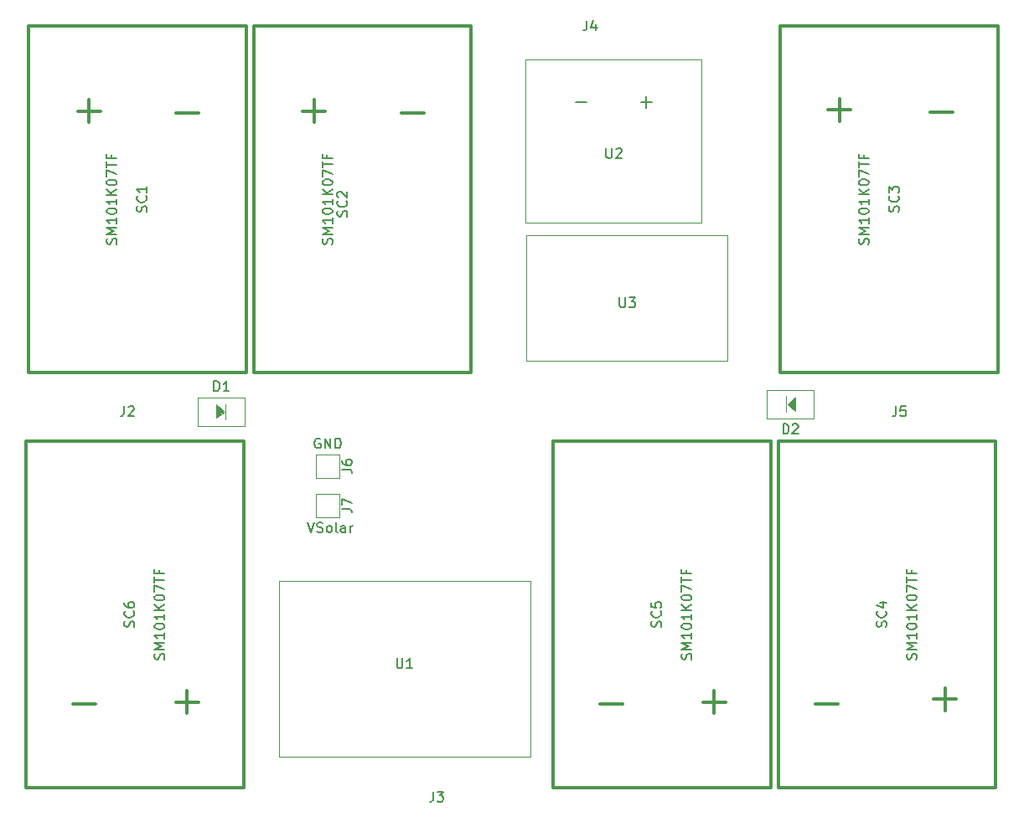
<source format=gbr>
%TF.GenerationSoftware,KiCad,Pcbnew,(5.1.10)-1*%
%TF.CreationDate,2022-06-07T21:04:52-07:00*%
%TF.ProjectId,solar-panel-side-Z,736f6c61-722d-4706-916e-656c2d736964,1.1*%
%TF.SameCoordinates,Original*%
%TF.FileFunction,Legend,Top*%
%TF.FilePolarity,Positive*%
%FSLAX46Y46*%
G04 Gerber Fmt 4.6, Leading zero omitted, Abs format (unit mm)*
G04 Created by KiCad (PCBNEW (5.1.10)-1) date 2022-06-07 21:04:52*
%MOMM*%
%LPD*%
G01*
G04 APERTURE LIST*
%ADD10C,0.150000*%
%ADD11C,0.300000*%
%ADD12C,0.120000*%
%ADD13C,0.100000*%
%ADD14C,0.200000*%
G04 APERTURE END LIST*
D10*
X129988095Y-88250000D02*
X129892857Y-88202380D01*
X129750000Y-88202380D01*
X129607142Y-88250000D01*
X129511904Y-88345238D01*
X129464285Y-88440476D01*
X129416666Y-88630952D01*
X129416666Y-88773809D01*
X129464285Y-88964285D01*
X129511904Y-89059523D01*
X129607142Y-89154761D01*
X129750000Y-89202380D01*
X129845238Y-89202380D01*
X129988095Y-89154761D01*
X130035714Y-89107142D01*
X130035714Y-88773809D01*
X129845238Y-88773809D01*
X130464285Y-89202380D02*
X130464285Y-88202380D01*
X131035714Y-89202380D01*
X131035714Y-88202380D01*
X131511904Y-89202380D02*
X131511904Y-88202380D01*
X131750000Y-88202380D01*
X131892857Y-88250000D01*
X131988095Y-88345238D01*
X132035714Y-88440476D01*
X132083333Y-88630952D01*
X132083333Y-88773809D01*
X132035714Y-88964285D01*
X131988095Y-89059523D01*
X131892857Y-89154761D01*
X131750000Y-89202380D01*
X131511904Y-89202380D01*
X128714285Y-96702380D02*
X129047619Y-97702380D01*
X129380952Y-96702380D01*
X129666666Y-97654761D02*
X129809523Y-97702380D01*
X130047619Y-97702380D01*
X130142857Y-97654761D01*
X130190476Y-97607142D01*
X130238095Y-97511904D01*
X130238095Y-97416666D01*
X130190476Y-97321428D01*
X130142857Y-97273809D01*
X130047619Y-97226190D01*
X129857142Y-97178571D01*
X129761904Y-97130952D01*
X129714285Y-97083333D01*
X129666666Y-96988095D01*
X129666666Y-96892857D01*
X129714285Y-96797619D01*
X129761904Y-96750000D01*
X129857142Y-96702380D01*
X130095238Y-96702380D01*
X130238095Y-96750000D01*
X130809523Y-97702380D02*
X130714285Y-97654761D01*
X130666666Y-97607142D01*
X130619047Y-97511904D01*
X130619047Y-97226190D01*
X130666666Y-97130952D01*
X130714285Y-97083333D01*
X130809523Y-97035714D01*
X130952380Y-97035714D01*
X131047619Y-97083333D01*
X131095238Y-97130952D01*
X131142857Y-97226190D01*
X131142857Y-97511904D01*
X131095238Y-97607142D01*
X131047619Y-97654761D01*
X130952380Y-97702380D01*
X130809523Y-97702380D01*
X131714285Y-97702380D02*
X131619047Y-97654761D01*
X131571428Y-97559523D01*
X131571428Y-96702380D01*
X132523809Y-97702380D02*
X132523809Y-97178571D01*
X132476190Y-97083333D01*
X132380952Y-97035714D01*
X132190476Y-97035714D01*
X132095238Y-97083333D01*
X132523809Y-97654761D02*
X132428571Y-97702380D01*
X132190476Y-97702380D01*
X132095238Y-97654761D01*
X132047619Y-97559523D01*
X132047619Y-97464285D01*
X132095238Y-97369047D01*
X132190476Y-97321428D01*
X132428571Y-97321428D01*
X132523809Y-97273809D01*
X132999999Y-97702380D02*
X132999999Y-97035714D01*
X132999999Y-97226190D02*
X133047619Y-97130952D01*
X133095238Y-97083333D01*
X133190476Y-97035714D01*
X133285714Y-97035714D01*
D11*
%TO.C,SC5*%
X175500000Y-88500000D02*
X175500000Y-123500000D01*
X175500000Y-123500000D02*
X153500000Y-123500000D01*
X153500000Y-123500000D02*
X153500000Y-88500000D01*
X153500000Y-88500000D02*
X175500000Y-88500000D01*
D12*
%TO.C,J7*%
X129550000Y-93800000D02*
X131950000Y-93800000D01*
X129550000Y-96200000D02*
X129550000Y-93800000D01*
X131950000Y-96200000D02*
X129550000Y-96200000D01*
X131950000Y-93800000D02*
X131950000Y-96200000D01*
%TO.C,J6*%
X129550000Y-89800000D02*
X131950000Y-89800000D01*
X129550000Y-92200000D02*
X129550000Y-89800000D01*
X131950000Y-92200000D02*
X129550000Y-92200000D01*
X131950000Y-89800000D02*
X131950000Y-92200000D01*
%TO.C,U1*%
X151200000Y-111500000D02*
X151200000Y-120390000D01*
X138500000Y-120390000D02*
X151200000Y-120390000D01*
X138500000Y-120390000D02*
X125800000Y-120390000D01*
X125800000Y-111500000D02*
X125800000Y-120390000D01*
X151200000Y-111500000D02*
X151200000Y-102610000D01*
X138500000Y-102610000D02*
X151200000Y-102610000D01*
X125800000Y-111500000D02*
X125800000Y-102610000D01*
X138500000Y-102610000D02*
X125800000Y-102610000D01*
%TO.C,D2*%
X175125000Y-86200000D02*
X179875000Y-86200000D01*
X179875000Y-86200000D02*
X179875000Y-83300000D01*
X175125000Y-86200000D02*
X175125000Y-83300000D01*
X175125000Y-83300000D02*
X179875000Y-83300000D01*
D13*
G36*
X178008000Y-85461200D02*
G01*
X177195200Y-84724600D01*
X178008000Y-84115000D01*
X178008000Y-85461200D01*
G37*
X178008000Y-85461200D02*
X177195200Y-84724600D01*
X178008000Y-84115000D01*
X178008000Y-85461200D01*
D12*
X177068200Y-83937200D02*
X177068200Y-85486600D01*
%TO.C,D1*%
X122375000Y-84050000D02*
X117625000Y-84050000D01*
X117625000Y-84050000D02*
X117625000Y-86950000D01*
X122375000Y-84050000D02*
X122375000Y-86950000D01*
X122375000Y-86950000D02*
X117625000Y-86950000D01*
D13*
G36*
X119492000Y-84788800D02*
G01*
X120304800Y-85525400D01*
X119492000Y-86135000D01*
X119492000Y-84788800D01*
G37*
X119492000Y-84788800D02*
X120304800Y-85525400D01*
X119492000Y-86135000D01*
X119492000Y-84788800D01*
D12*
X120431800Y-86312800D02*
X120431800Y-84763400D01*
%TO.C,U3*%
X161000000Y-80350000D02*
X171160000Y-80350000D01*
X171160000Y-80350000D02*
X171160000Y-74000000D01*
X161000000Y-80350000D02*
X150840000Y-80350000D01*
X150840000Y-80350000D02*
X150840000Y-74000000D01*
X171160000Y-67650000D02*
X171160000Y-74000000D01*
X161000000Y-67650000D02*
X171160000Y-67650000D01*
X150840000Y-67650000D02*
X150840000Y-74000000D01*
X161000000Y-67650000D02*
X150840000Y-67650000D01*
%TO.C,U2*%
X159650000Y-66405000D02*
X168540000Y-66405000D01*
X159650000Y-66405000D02*
X150760000Y-66405000D01*
X150760000Y-66405000D02*
X150760000Y-64500000D01*
X150760000Y-64500000D02*
X150760000Y-49895000D01*
X168540000Y-66405000D02*
X168540000Y-49895000D01*
X150760000Y-49895000D02*
X168540000Y-49895000D01*
D11*
%TO.C,SC4*%
X176250000Y-88500000D02*
X198250000Y-88500000D01*
X176250000Y-123500000D02*
X176250000Y-88500000D01*
X198250000Y-123500000D02*
X176250000Y-123500000D01*
X198250000Y-88500000D02*
X198250000Y-123500000D01*
%TO.C,SC6*%
X100250000Y-88500000D02*
X122250000Y-88500000D01*
X100250000Y-123500000D02*
X100250000Y-88500000D01*
X122250000Y-123500000D02*
X100250000Y-123500000D01*
X122250000Y-88500000D02*
X122250000Y-123500000D01*
%TO.C,SC3*%
X198500000Y-81500000D02*
X176500000Y-81500000D01*
X198500000Y-46500000D02*
X198500000Y-81500000D01*
X176500000Y-46500000D02*
X198500000Y-46500000D01*
X176500000Y-81500000D02*
X176500000Y-46500000D01*
%TO.C,SC2*%
X123250000Y-81500000D02*
X123250000Y-46500000D01*
X123250000Y-46500000D02*
X145250000Y-46500000D01*
X145250000Y-46500000D02*
X145250000Y-81500000D01*
X145250000Y-81500000D02*
X123250000Y-81500000D01*
%TO.C,SC1*%
X100506000Y-81508000D02*
X100506000Y-46508000D01*
X100506000Y-46508000D02*
X122506000Y-46508000D01*
X122506000Y-46508000D02*
X122506000Y-81508000D01*
X122506000Y-81508000D02*
X100506000Y-81508000D01*
%TO.C,SC5*%
D10*
X164404761Y-107261904D02*
X164452380Y-107119047D01*
X164452380Y-106880952D01*
X164404761Y-106785714D01*
X164357142Y-106738095D01*
X164261904Y-106690476D01*
X164166666Y-106690476D01*
X164071428Y-106738095D01*
X164023809Y-106785714D01*
X163976190Y-106880952D01*
X163928571Y-107071428D01*
X163880952Y-107166666D01*
X163833333Y-107214285D01*
X163738095Y-107261904D01*
X163642857Y-107261904D01*
X163547619Y-107214285D01*
X163500000Y-107166666D01*
X163452380Y-107071428D01*
X163452380Y-106833333D01*
X163500000Y-106690476D01*
X164357142Y-105690476D02*
X164404761Y-105738095D01*
X164452380Y-105880952D01*
X164452380Y-105976190D01*
X164404761Y-106119047D01*
X164309523Y-106214285D01*
X164214285Y-106261904D01*
X164023809Y-106309523D01*
X163880952Y-106309523D01*
X163690476Y-106261904D01*
X163595238Y-106214285D01*
X163500000Y-106119047D01*
X163452380Y-105976190D01*
X163452380Y-105880952D01*
X163500000Y-105738095D01*
X163547619Y-105690476D01*
X163452380Y-104785714D02*
X163452380Y-105261904D01*
X163928571Y-105309523D01*
X163880952Y-105261904D01*
X163833333Y-105166666D01*
X163833333Y-104928571D01*
X163880952Y-104833333D01*
X163928571Y-104785714D01*
X164023809Y-104738095D01*
X164261904Y-104738095D01*
X164357142Y-104785714D01*
X164404761Y-104833333D01*
X164452380Y-104928571D01*
X164452380Y-105166666D01*
X164404761Y-105261904D01*
X164357142Y-105309523D01*
X167444761Y-110547619D02*
X167492380Y-110404761D01*
X167492380Y-110166666D01*
X167444761Y-110071428D01*
X167397142Y-110023809D01*
X167301904Y-109976190D01*
X167206666Y-109976190D01*
X167111428Y-110023809D01*
X167063809Y-110071428D01*
X167016190Y-110166666D01*
X166968571Y-110357142D01*
X166920952Y-110452380D01*
X166873333Y-110500000D01*
X166778095Y-110547619D01*
X166682857Y-110547619D01*
X166587619Y-110500000D01*
X166540000Y-110452380D01*
X166492380Y-110357142D01*
X166492380Y-110119047D01*
X166540000Y-109976190D01*
X167492380Y-109547619D02*
X166492380Y-109547619D01*
X167206666Y-109214285D01*
X166492380Y-108880952D01*
X167492380Y-108880952D01*
X167492380Y-107880952D02*
X167492380Y-108452380D01*
X167492380Y-108166666D02*
X166492380Y-108166666D01*
X166635238Y-108261904D01*
X166730476Y-108357142D01*
X166778095Y-108452380D01*
X166492380Y-107261904D02*
X166492380Y-107166666D01*
X166540000Y-107071428D01*
X166587619Y-107023809D01*
X166682857Y-106976190D01*
X166873333Y-106928571D01*
X167111428Y-106928571D01*
X167301904Y-106976190D01*
X167397142Y-107023809D01*
X167444761Y-107071428D01*
X167492380Y-107166666D01*
X167492380Y-107261904D01*
X167444761Y-107357142D01*
X167397142Y-107404761D01*
X167301904Y-107452380D01*
X167111428Y-107500000D01*
X166873333Y-107500000D01*
X166682857Y-107452380D01*
X166587619Y-107404761D01*
X166540000Y-107357142D01*
X166492380Y-107261904D01*
X167492380Y-105976190D02*
X167492380Y-106547619D01*
X167492380Y-106261904D02*
X166492380Y-106261904D01*
X166635238Y-106357142D01*
X166730476Y-106452380D01*
X166778095Y-106547619D01*
X167492380Y-105547619D02*
X166492380Y-105547619D01*
X167492380Y-104976190D02*
X166920952Y-105404761D01*
X166492380Y-104976190D02*
X167063809Y-105547619D01*
X166492380Y-104357142D02*
X166492380Y-104261904D01*
X166540000Y-104166666D01*
X166587619Y-104119047D01*
X166682857Y-104071428D01*
X166873333Y-104023809D01*
X167111428Y-104023809D01*
X167301904Y-104071428D01*
X167397142Y-104119047D01*
X167444761Y-104166666D01*
X167492380Y-104261904D01*
X167492380Y-104357142D01*
X167444761Y-104452380D01*
X167397142Y-104500000D01*
X167301904Y-104547619D01*
X167111428Y-104595238D01*
X166873333Y-104595238D01*
X166682857Y-104547619D01*
X166587619Y-104500000D01*
X166540000Y-104452380D01*
X166492380Y-104357142D01*
X166492380Y-103690476D02*
X166492380Y-103023809D01*
X167492380Y-103452380D01*
X166492380Y-102785714D02*
X166492380Y-102214285D01*
X167492380Y-102500000D02*
X166492380Y-102500000D01*
X166968571Y-101547619D02*
X166968571Y-101880952D01*
X167492380Y-101880952D02*
X166492380Y-101880952D01*
X166492380Y-101404761D01*
D11*
X158277142Y-115104285D02*
X160562857Y-115104285D01*
X169794285Y-116032857D02*
X169794285Y-113747142D01*
X170937142Y-114890000D02*
X168651428Y-114890000D01*
%TO.C,J7*%
D10*
X132200380Y-95333333D02*
X132914666Y-95333333D01*
X133057523Y-95380952D01*
X133152761Y-95476190D01*
X133200380Y-95619047D01*
X133200380Y-95714285D01*
X132200380Y-94952380D02*
X132200380Y-94285714D01*
X133200380Y-94714285D01*
%TO.C,J6*%
X132200380Y-91333333D02*
X132914666Y-91333333D01*
X133057523Y-91380952D01*
X133152761Y-91476190D01*
X133200380Y-91619047D01*
X133200380Y-91714285D01*
X132200380Y-90428571D02*
X132200380Y-90619047D01*
X132248000Y-90714285D01*
X132295619Y-90761904D01*
X132438476Y-90857142D01*
X132628952Y-90904761D01*
X133009904Y-90904761D01*
X133105142Y-90857142D01*
X133152761Y-90809523D01*
X133200380Y-90714285D01*
X133200380Y-90523809D01*
X133152761Y-90428571D01*
X133105142Y-90380952D01*
X133009904Y-90333333D01*
X132771809Y-90333333D01*
X132676571Y-90380952D01*
X132628952Y-90428571D01*
X132581333Y-90523809D01*
X132581333Y-90714285D01*
X132628952Y-90809523D01*
X132676571Y-90857142D01*
X132771809Y-90904761D01*
%TO.C,U1*%
X137738095Y-110452380D02*
X137738095Y-111261904D01*
X137785714Y-111357142D01*
X137833333Y-111404761D01*
X137928571Y-111452380D01*
X138119047Y-111452380D01*
X138214285Y-111404761D01*
X138261904Y-111357142D01*
X138309523Y-111261904D01*
X138309523Y-110452380D01*
X139309523Y-111452380D02*
X138738095Y-111452380D01*
X139023809Y-111452380D02*
X139023809Y-110452380D01*
X138928571Y-110595238D01*
X138833333Y-110690476D01*
X138738095Y-110738095D01*
%TO.C,J5*%
X188166666Y-84952380D02*
X188166666Y-85666666D01*
X188119047Y-85809523D01*
X188023809Y-85904761D01*
X187880952Y-85952380D01*
X187785714Y-85952380D01*
X189119047Y-84952380D02*
X188642857Y-84952380D01*
X188595238Y-85428571D01*
X188642857Y-85380952D01*
X188738095Y-85333333D01*
X188976190Y-85333333D01*
X189071428Y-85380952D01*
X189119047Y-85428571D01*
X189166666Y-85523809D01*
X189166666Y-85761904D01*
X189119047Y-85857142D01*
X189071428Y-85904761D01*
X188976190Y-85952380D01*
X188738095Y-85952380D01*
X188642857Y-85904761D01*
X188595238Y-85857142D01*
%TO.C,J4*%
X156916666Y-45952380D02*
X156916666Y-46666666D01*
X156869047Y-46809523D01*
X156773809Y-46904761D01*
X156630952Y-46952380D01*
X156535714Y-46952380D01*
X157821428Y-46285714D02*
X157821428Y-46952380D01*
X157583333Y-45904761D02*
X157345238Y-46619047D01*
X157964285Y-46619047D01*
%TO.C,J3*%
X141416666Y-123952380D02*
X141416666Y-124666666D01*
X141369047Y-124809523D01*
X141273809Y-124904761D01*
X141130952Y-124952380D01*
X141035714Y-124952380D01*
X141797619Y-123952380D02*
X142416666Y-123952380D01*
X142083333Y-124333333D01*
X142226190Y-124333333D01*
X142321428Y-124380952D01*
X142369047Y-124428571D01*
X142416666Y-124523809D01*
X142416666Y-124761904D01*
X142369047Y-124857142D01*
X142321428Y-124904761D01*
X142226190Y-124952380D01*
X141940476Y-124952380D01*
X141845238Y-124904761D01*
X141797619Y-124857142D01*
%TO.C,J2*%
X110166666Y-84952380D02*
X110166666Y-85666666D01*
X110119047Y-85809523D01*
X110023809Y-85904761D01*
X109880952Y-85952380D01*
X109785714Y-85952380D01*
X110595238Y-85047619D02*
X110642857Y-85000000D01*
X110738095Y-84952380D01*
X110976190Y-84952380D01*
X111071428Y-85000000D01*
X111119047Y-85047619D01*
X111166666Y-85142857D01*
X111166666Y-85238095D01*
X111119047Y-85380952D01*
X110547619Y-85952380D01*
X111166666Y-85952380D01*
%TO.C,D2*%
X176761904Y-87742380D02*
X176761904Y-86742380D01*
X177000000Y-86742380D01*
X177142857Y-86790000D01*
X177238095Y-86885238D01*
X177285714Y-86980476D01*
X177333333Y-87170952D01*
X177333333Y-87313809D01*
X177285714Y-87504285D01*
X177238095Y-87599523D01*
X177142857Y-87694761D01*
X177000000Y-87742380D01*
X176761904Y-87742380D01*
X177714285Y-86837619D02*
X177761904Y-86790000D01*
X177857142Y-86742380D01*
X178095238Y-86742380D01*
X178190476Y-86790000D01*
X178238095Y-86837619D01*
X178285714Y-86932857D01*
X178285714Y-87028095D01*
X178238095Y-87170952D01*
X177666666Y-87742380D01*
X178285714Y-87742380D01*
%TO.C,D1*%
X119261904Y-83412380D02*
X119261904Y-82412380D01*
X119500000Y-82412380D01*
X119642857Y-82460000D01*
X119738095Y-82555238D01*
X119785714Y-82650476D01*
X119833333Y-82840952D01*
X119833333Y-82983809D01*
X119785714Y-83174285D01*
X119738095Y-83269523D01*
X119642857Y-83364761D01*
X119500000Y-83412380D01*
X119261904Y-83412380D01*
X120785714Y-83412380D02*
X120214285Y-83412380D01*
X120500000Y-83412380D02*
X120500000Y-82412380D01*
X120404761Y-82555238D01*
X120309523Y-82650476D01*
X120214285Y-82698095D01*
%TO.C,U3*%
X160238095Y-73952380D02*
X160238095Y-74761904D01*
X160285714Y-74857142D01*
X160333333Y-74904761D01*
X160428571Y-74952380D01*
X160619047Y-74952380D01*
X160714285Y-74904761D01*
X160761904Y-74857142D01*
X160809523Y-74761904D01*
X160809523Y-73952380D01*
X161190476Y-73952380D02*
X161809523Y-73952380D01*
X161476190Y-74333333D01*
X161619047Y-74333333D01*
X161714285Y-74380952D01*
X161761904Y-74428571D01*
X161809523Y-74523809D01*
X161809523Y-74761904D01*
X161761904Y-74857142D01*
X161714285Y-74904761D01*
X161619047Y-74952380D01*
X161333333Y-74952380D01*
X161238095Y-74904761D01*
X161190476Y-74857142D01*
%TO.C,U2*%
X158888095Y-58872380D02*
X158888095Y-59681904D01*
X158935714Y-59777142D01*
X158983333Y-59824761D01*
X159078571Y-59872380D01*
X159269047Y-59872380D01*
X159364285Y-59824761D01*
X159411904Y-59777142D01*
X159459523Y-59681904D01*
X159459523Y-58872380D01*
X159888095Y-58967619D02*
X159935714Y-58920000D01*
X160030952Y-58872380D01*
X160269047Y-58872380D01*
X160364285Y-58920000D01*
X160411904Y-58967619D01*
X160459523Y-59062857D01*
X160459523Y-59158095D01*
X160411904Y-59300952D01*
X159840476Y-59872380D01*
X160459523Y-59872380D01*
D14*
X162380571Y-54193142D02*
X163523428Y-54193142D01*
X162952000Y-54764571D02*
X162952000Y-53621714D01*
X155776571Y-54193142D02*
X156919428Y-54193142D01*
%TO.C,SC4*%
D10*
X187154761Y-107261904D02*
X187202380Y-107119047D01*
X187202380Y-106880952D01*
X187154761Y-106785714D01*
X187107142Y-106738095D01*
X187011904Y-106690476D01*
X186916666Y-106690476D01*
X186821428Y-106738095D01*
X186773809Y-106785714D01*
X186726190Y-106880952D01*
X186678571Y-107071428D01*
X186630952Y-107166666D01*
X186583333Y-107214285D01*
X186488095Y-107261904D01*
X186392857Y-107261904D01*
X186297619Y-107214285D01*
X186250000Y-107166666D01*
X186202380Y-107071428D01*
X186202380Y-106833333D01*
X186250000Y-106690476D01*
X187107142Y-105690476D02*
X187154761Y-105738095D01*
X187202380Y-105880952D01*
X187202380Y-105976190D01*
X187154761Y-106119047D01*
X187059523Y-106214285D01*
X186964285Y-106261904D01*
X186773809Y-106309523D01*
X186630952Y-106309523D01*
X186440476Y-106261904D01*
X186345238Y-106214285D01*
X186250000Y-106119047D01*
X186202380Y-105976190D01*
X186202380Y-105880952D01*
X186250000Y-105738095D01*
X186297619Y-105690476D01*
X186535714Y-104833333D02*
X187202380Y-104833333D01*
X186154761Y-105071428D02*
X186869047Y-105309523D01*
X186869047Y-104690476D01*
X190194761Y-110547619D02*
X190242380Y-110404761D01*
X190242380Y-110166666D01*
X190194761Y-110071428D01*
X190147142Y-110023809D01*
X190051904Y-109976190D01*
X189956666Y-109976190D01*
X189861428Y-110023809D01*
X189813809Y-110071428D01*
X189766190Y-110166666D01*
X189718571Y-110357142D01*
X189670952Y-110452380D01*
X189623333Y-110500000D01*
X189528095Y-110547619D01*
X189432857Y-110547619D01*
X189337619Y-110500000D01*
X189290000Y-110452380D01*
X189242380Y-110357142D01*
X189242380Y-110119047D01*
X189290000Y-109976190D01*
X190242380Y-109547619D02*
X189242380Y-109547619D01*
X189956666Y-109214285D01*
X189242380Y-108880952D01*
X190242380Y-108880952D01*
X190242380Y-107880952D02*
X190242380Y-108452380D01*
X190242380Y-108166666D02*
X189242380Y-108166666D01*
X189385238Y-108261904D01*
X189480476Y-108357142D01*
X189528095Y-108452380D01*
X189242380Y-107261904D02*
X189242380Y-107166666D01*
X189290000Y-107071428D01*
X189337619Y-107023809D01*
X189432857Y-106976190D01*
X189623333Y-106928571D01*
X189861428Y-106928571D01*
X190051904Y-106976190D01*
X190147142Y-107023809D01*
X190194761Y-107071428D01*
X190242380Y-107166666D01*
X190242380Y-107261904D01*
X190194761Y-107357142D01*
X190147142Y-107404761D01*
X190051904Y-107452380D01*
X189861428Y-107500000D01*
X189623333Y-107500000D01*
X189432857Y-107452380D01*
X189337619Y-107404761D01*
X189290000Y-107357142D01*
X189242380Y-107261904D01*
X190242380Y-105976190D02*
X190242380Y-106547619D01*
X190242380Y-106261904D02*
X189242380Y-106261904D01*
X189385238Y-106357142D01*
X189480476Y-106452380D01*
X189528095Y-106547619D01*
X190242380Y-105547619D02*
X189242380Y-105547619D01*
X190242380Y-104976190D02*
X189670952Y-105404761D01*
X189242380Y-104976190D02*
X189813809Y-105547619D01*
X189242380Y-104357142D02*
X189242380Y-104261904D01*
X189290000Y-104166666D01*
X189337619Y-104119047D01*
X189432857Y-104071428D01*
X189623333Y-104023809D01*
X189861428Y-104023809D01*
X190051904Y-104071428D01*
X190147142Y-104119047D01*
X190194761Y-104166666D01*
X190242380Y-104261904D01*
X190242380Y-104357142D01*
X190194761Y-104452380D01*
X190147142Y-104500000D01*
X190051904Y-104547619D01*
X189861428Y-104595238D01*
X189623333Y-104595238D01*
X189432857Y-104547619D01*
X189337619Y-104500000D01*
X189290000Y-104452380D01*
X189242380Y-104357142D01*
X189242380Y-103690476D02*
X189242380Y-103023809D01*
X190242380Y-103452380D01*
X189242380Y-102785714D02*
X189242380Y-102214285D01*
X190242380Y-102500000D02*
X189242380Y-102500000D01*
X189718571Y-101547619D02*
X189718571Y-101880952D01*
X190242380Y-101880952D02*
X189242380Y-101880952D01*
X189242380Y-101404761D01*
D11*
X193118285Y-115720857D02*
X193118285Y-113435142D01*
X194261142Y-114578000D02*
X191975428Y-114578000D01*
X180011142Y-115042285D02*
X182296857Y-115042285D01*
%TO.C,SC6*%
D10*
X111154761Y-107261904D02*
X111202380Y-107119047D01*
X111202380Y-106880952D01*
X111154761Y-106785714D01*
X111107142Y-106738095D01*
X111011904Y-106690476D01*
X110916666Y-106690476D01*
X110821428Y-106738095D01*
X110773809Y-106785714D01*
X110726190Y-106880952D01*
X110678571Y-107071428D01*
X110630952Y-107166666D01*
X110583333Y-107214285D01*
X110488095Y-107261904D01*
X110392857Y-107261904D01*
X110297619Y-107214285D01*
X110250000Y-107166666D01*
X110202380Y-107071428D01*
X110202380Y-106833333D01*
X110250000Y-106690476D01*
X111107142Y-105690476D02*
X111154761Y-105738095D01*
X111202380Y-105880952D01*
X111202380Y-105976190D01*
X111154761Y-106119047D01*
X111059523Y-106214285D01*
X110964285Y-106261904D01*
X110773809Y-106309523D01*
X110630952Y-106309523D01*
X110440476Y-106261904D01*
X110345238Y-106214285D01*
X110250000Y-106119047D01*
X110202380Y-105976190D01*
X110202380Y-105880952D01*
X110250000Y-105738095D01*
X110297619Y-105690476D01*
X110202380Y-104833333D02*
X110202380Y-105023809D01*
X110250000Y-105119047D01*
X110297619Y-105166666D01*
X110440476Y-105261904D01*
X110630952Y-105309523D01*
X111011904Y-105309523D01*
X111107142Y-105261904D01*
X111154761Y-105214285D01*
X111202380Y-105119047D01*
X111202380Y-104928571D01*
X111154761Y-104833333D01*
X111107142Y-104785714D01*
X111011904Y-104738095D01*
X110773809Y-104738095D01*
X110678571Y-104785714D01*
X110630952Y-104833333D01*
X110583333Y-104928571D01*
X110583333Y-105119047D01*
X110630952Y-105214285D01*
X110678571Y-105261904D01*
X110773809Y-105309523D01*
X114194761Y-110547619D02*
X114242380Y-110404761D01*
X114242380Y-110166666D01*
X114194761Y-110071428D01*
X114147142Y-110023809D01*
X114051904Y-109976190D01*
X113956666Y-109976190D01*
X113861428Y-110023809D01*
X113813809Y-110071428D01*
X113766190Y-110166666D01*
X113718571Y-110357142D01*
X113670952Y-110452380D01*
X113623333Y-110500000D01*
X113528095Y-110547619D01*
X113432857Y-110547619D01*
X113337619Y-110500000D01*
X113290000Y-110452380D01*
X113242380Y-110357142D01*
X113242380Y-110119047D01*
X113290000Y-109976190D01*
X114242380Y-109547619D02*
X113242380Y-109547619D01*
X113956666Y-109214285D01*
X113242380Y-108880952D01*
X114242380Y-108880952D01*
X114242380Y-107880952D02*
X114242380Y-108452380D01*
X114242380Y-108166666D02*
X113242380Y-108166666D01*
X113385238Y-108261904D01*
X113480476Y-108357142D01*
X113528095Y-108452380D01*
X113242380Y-107261904D02*
X113242380Y-107166666D01*
X113290000Y-107071428D01*
X113337619Y-107023809D01*
X113432857Y-106976190D01*
X113623333Y-106928571D01*
X113861428Y-106928571D01*
X114051904Y-106976190D01*
X114147142Y-107023809D01*
X114194761Y-107071428D01*
X114242380Y-107166666D01*
X114242380Y-107261904D01*
X114194761Y-107357142D01*
X114147142Y-107404761D01*
X114051904Y-107452380D01*
X113861428Y-107500000D01*
X113623333Y-107500000D01*
X113432857Y-107452380D01*
X113337619Y-107404761D01*
X113290000Y-107357142D01*
X113242380Y-107261904D01*
X114242380Y-105976190D02*
X114242380Y-106547619D01*
X114242380Y-106261904D02*
X113242380Y-106261904D01*
X113385238Y-106357142D01*
X113480476Y-106452380D01*
X113528095Y-106547619D01*
X114242380Y-105547619D02*
X113242380Y-105547619D01*
X114242380Y-104976190D02*
X113670952Y-105404761D01*
X113242380Y-104976190D02*
X113813809Y-105547619D01*
X113242380Y-104357142D02*
X113242380Y-104261904D01*
X113290000Y-104166666D01*
X113337619Y-104119047D01*
X113432857Y-104071428D01*
X113623333Y-104023809D01*
X113861428Y-104023809D01*
X114051904Y-104071428D01*
X114147142Y-104119047D01*
X114194761Y-104166666D01*
X114242380Y-104261904D01*
X114242380Y-104357142D01*
X114194761Y-104452380D01*
X114147142Y-104500000D01*
X114051904Y-104547619D01*
X113861428Y-104595238D01*
X113623333Y-104595238D01*
X113432857Y-104547619D01*
X113337619Y-104500000D01*
X113290000Y-104452380D01*
X113242380Y-104357142D01*
X113242380Y-103690476D02*
X113242380Y-103023809D01*
X114242380Y-103452380D01*
X113242380Y-102785714D02*
X113242380Y-102214285D01*
X114242380Y-102500000D02*
X113242380Y-102500000D01*
X113718571Y-101547619D02*
X113718571Y-101880952D01*
X114242380Y-101880952D02*
X113242380Y-101880952D01*
X113242380Y-101404761D01*
D11*
X116544285Y-116032857D02*
X116544285Y-113747142D01*
X117687142Y-114890000D02*
X115401428Y-114890000D01*
X105027142Y-115104285D02*
X107312857Y-115104285D01*
%TO.C,SC3*%
D10*
X188404761Y-65261904D02*
X188452380Y-65119047D01*
X188452380Y-64880952D01*
X188404761Y-64785714D01*
X188357142Y-64738095D01*
X188261904Y-64690476D01*
X188166666Y-64690476D01*
X188071428Y-64738095D01*
X188023809Y-64785714D01*
X187976190Y-64880952D01*
X187928571Y-65071428D01*
X187880952Y-65166666D01*
X187833333Y-65214285D01*
X187738095Y-65261904D01*
X187642857Y-65261904D01*
X187547619Y-65214285D01*
X187500000Y-65166666D01*
X187452380Y-65071428D01*
X187452380Y-64833333D01*
X187500000Y-64690476D01*
X188357142Y-63690476D02*
X188404761Y-63738095D01*
X188452380Y-63880952D01*
X188452380Y-63976190D01*
X188404761Y-64119047D01*
X188309523Y-64214285D01*
X188214285Y-64261904D01*
X188023809Y-64309523D01*
X187880952Y-64309523D01*
X187690476Y-64261904D01*
X187595238Y-64214285D01*
X187500000Y-64119047D01*
X187452380Y-63976190D01*
X187452380Y-63880952D01*
X187500000Y-63738095D01*
X187547619Y-63690476D01*
X187452380Y-63357142D02*
X187452380Y-62738095D01*
X187833333Y-63071428D01*
X187833333Y-62928571D01*
X187880952Y-62833333D01*
X187928571Y-62785714D01*
X188023809Y-62738095D01*
X188261904Y-62738095D01*
X188357142Y-62785714D01*
X188404761Y-62833333D01*
X188452380Y-62928571D01*
X188452380Y-63214285D01*
X188404761Y-63309523D01*
X188357142Y-63357142D01*
X185364761Y-68547619D02*
X185412380Y-68404761D01*
X185412380Y-68166666D01*
X185364761Y-68071428D01*
X185317142Y-68023809D01*
X185221904Y-67976190D01*
X185126666Y-67976190D01*
X185031428Y-68023809D01*
X184983809Y-68071428D01*
X184936190Y-68166666D01*
X184888571Y-68357142D01*
X184840952Y-68452380D01*
X184793333Y-68500000D01*
X184698095Y-68547619D01*
X184602857Y-68547619D01*
X184507619Y-68500000D01*
X184460000Y-68452380D01*
X184412380Y-68357142D01*
X184412380Y-68119047D01*
X184460000Y-67976190D01*
X185412380Y-67547619D02*
X184412380Y-67547619D01*
X185126666Y-67214285D01*
X184412380Y-66880952D01*
X185412380Y-66880952D01*
X185412380Y-65880952D02*
X185412380Y-66452380D01*
X185412380Y-66166666D02*
X184412380Y-66166666D01*
X184555238Y-66261904D01*
X184650476Y-66357142D01*
X184698095Y-66452380D01*
X184412380Y-65261904D02*
X184412380Y-65166666D01*
X184460000Y-65071428D01*
X184507619Y-65023809D01*
X184602857Y-64976190D01*
X184793333Y-64928571D01*
X185031428Y-64928571D01*
X185221904Y-64976190D01*
X185317142Y-65023809D01*
X185364761Y-65071428D01*
X185412380Y-65166666D01*
X185412380Y-65261904D01*
X185364761Y-65357142D01*
X185317142Y-65404761D01*
X185221904Y-65452380D01*
X185031428Y-65500000D01*
X184793333Y-65500000D01*
X184602857Y-65452380D01*
X184507619Y-65404761D01*
X184460000Y-65357142D01*
X184412380Y-65261904D01*
X185412380Y-63976190D02*
X185412380Y-64547619D01*
X185412380Y-64261904D02*
X184412380Y-64261904D01*
X184555238Y-64357142D01*
X184650476Y-64452380D01*
X184698095Y-64547619D01*
X185412380Y-63547619D02*
X184412380Y-63547619D01*
X185412380Y-62976190D02*
X184840952Y-63404761D01*
X184412380Y-62976190D02*
X184983809Y-63547619D01*
X184412380Y-62357142D02*
X184412380Y-62261904D01*
X184460000Y-62166666D01*
X184507619Y-62119047D01*
X184602857Y-62071428D01*
X184793333Y-62023809D01*
X185031428Y-62023809D01*
X185221904Y-62071428D01*
X185317142Y-62119047D01*
X185364761Y-62166666D01*
X185412380Y-62261904D01*
X185412380Y-62357142D01*
X185364761Y-62452380D01*
X185317142Y-62500000D01*
X185221904Y-62547619D01*
X185031428Y-62595238D01*
X184793333Y-62595238D01*
X184602857Y-62547619D01*
X184507619Y-62500000D01*
X184460000Y-62452380D01*
X184412380Y-62357142D01*
X184412380Y-61690476D02*
X184412380Y-61023809D01*
X185412380Y-61452380D01*
X184412380Y-60785714D02*
X184412380Y-60214285D01*
X185412380Y-60500000D02*
X184412380Y-60500000D01*
X184888571Y-59547619D02*
X184888571Y-59880952D01*
X185412380Y-59880952D02*
X184412380Y-59880952D01*
X184412380Y-59404761D01*
D11*
X182464285Y-56134857D02*
X182464285Y-53849142D01*
X183607142Y-54992000D02*
X181321428Y-54992000D01*
X191607142Y-55206285D02*
X193892857Y-55206285D01*
%TO.C,SC2*%
D10*
X132660761Y-65761904D02*
X132708380Y-65619047D01*
X132708380Y-65380952D01*
X132660761Y-65285714D01*
X132613142Y-65238095D01*
X132517904Y-65190476D01*
X132422666Y-65190476D01*
X132327428Y-65238095D01*
X132279809Y-65285714D01*
X132232190Y-65380952D01*
X132184571Y-65571428D01*
X132136952Y-65666666D01*
X132089333Y-65714285D01*
X131994095Y-65761904D01*
X131898857Y-65761904D01*
X131803619Y-65714285D01*
X131756000Y-65666666D01*
X131708380Y-65571428D01*
X131708380Y-65333333D01*
X131756000Y-65190476D01*
X132613142Y-64190476D02*
X132660761Y-64238095D01*
X132708380Y-64380952D01*
X132708380Y-64476190D01*
X132660761Y-64619047D01*
X132565523Y-64714285D01*
X132470285Y-64761904D01*
X132279809Y-64809523D01*
X132136952Y-64809523D01*
X131946476Y-64761904D01*
X131851238Y-64714285D01*
X131756000Y-64619047D01*
X131708380Y-64476190D01*
X131708380Y-64380952D01*
X131756000Y-64238095D01*
X131803619Y-64190476D01*
X131803619Y-63809523D02*
X131756000Y-63761904D01*
X131708380Y-63666666D01*
X131708380Y-63428571D01*
X131756000Y-63333333D01*
X131803619Y-63285714D01*
X131898857Y-63238095D01*
X131994095Y-63238095D01*
X132136952Y-63285714D01*
X132708380Y-63857142D01*
X132708380Y-63238095D01*
X131160761Y-68547619D02*
X131208380Y-68404761D01*
X131208380Y-68166666D01*
X131160761Y-68071428D01*
X131113142Y-68023809D01*
X131017904Y-67976190D01*
X130922666Y-67976190D01*
X130827428Y-68023809D01*
X130779809Y-68071428D01*
X130732190Y-68166666D01*
X130684571Y-68357142D01*
X130636952Y-68452380D01*
X130589333Y-68500000D01*
X130494095Y-68547619D01*
X130398857Y-68547619D01*
X130303619Y-68500000D01*
X130256000Y-68452380D01*
X130208380Y-68357142D01*
X130208380Y-68119047D01*
X130256000Y-67976190D01*
X131208380Y-67547619D02*
X130208380Y-67547619D01*
X130922666Y-67214285D01*
X130208380Y-66880952D01*
X131208380Y-66880952D01*
X131208380Y-65880952D02*
X131208380Y-66452380D01*
X131208380Y-66166666D02*
X130208380Y-66166666D01*
X130351238Y-66261904D01*
X130446476Y-66357142D01*
X130494095Y-66452380D01*
X130208380Y-65261904D02*
X130208380Y-65166666D01*
X130256000Y-65071428D01*
X130303619Y-65023809D01*
X130398857Y-64976190D01*
X130589333Y-64928571D01*
X130827428Y-64928571D01*
X131017904Y-64976190D01*
X131113142Y-65023809D01*
X131160761Y-65071428D01*
X131208380Y-65166666D01*
X131208380Y-65261904D01*
X131160761Y-65357142D01*
X131113142Y-65404761D01*
X131017904Y-65452380D01*
X130827428Y-65500000D01*
X130589333Y-65500000D01*
X130398857Y-65452380D01*
X130303619Y-65404761D01*
X130256000Y-65357142D01*
X130208380Y-65261904D01*
X131208380Y-63976190D02*
X131208380Y-64547619D01*
X131208380Y-64261904D02*
X130208380Y-64261904D01*
X130351238Y-64357142D01*
X130446476Y-64452380D01*
X130494095Y-64547619D01*
X131208380Y-63547619D02*
X130208380Y-63547619D01*
X131208380Y-62976190D02*
X130636952Y-63404761D01*
X130208380Y-62976190D02*
X130779809Y-63547619D01*
X130208380Y-62357142D02*
X130208380Y-62261904D01*
X130256000Y-62166666D01*
X130303619Y-62119047D01*
X130398857Y-62071428D01*
X130589333Y-62023809D01*
X130827428Y-62023809D01*
X131017904Y-62071428D01*
X131113142Y-62119047D01*
X131160761Y-62166666D01*
X131208380Y-62261904D01*
X131208380Y-62357142D01*
X131160761Y-62452380D01*
X131113142Y-62500000D01*
X131017904Y-62547619D01*
X130827428Y-62595238D01*
X130589333Y-62595238D01*
X130398857Y-62547619D01*
X130303619Y-62500000D01*
X130256000Y-62452380D01*
X130208380Y-62357142D01*
X130208380Y-61690476D02*
X130208380Y-61023809D01*
X131208380Y-61452380D01*
X130208380Y-60785714D02*
X130208380Y-60214285D01*
X131208380Y-60500000D02*
X130208380Y-60500000D01*
X130684571Y-59547619D02*
X130684571Y-59880952D01*
X131208380Y-59880952D02*
X130208380Y-59880952D01*
X130208380Y-59404761D01*
D11*
X138187142Y-55324285D02*
X140472857Y-55324285D01*
X129384285Y-56252857D02*
X129384285Y-53967142D01*
X130527142Y-55110000D02*
X128241428Y-55110000D01*
%TO.C,SC1*%
D10*
X112410761Y-65269904D02*
X112458380Y-65127047D01*
X112458380Y-64888952D01*
X112410761Y-64793714D01*
X112363142Y-64746095D01*
X112267904Y-64698476D01*
X112172666Y-64698476D01*
X112077428Y-64746095D01*
X112029809Y-64793714D01*
X111982190Y-64888952D01*
X111934571Y-65079428D01*
X111886952Y-65174666D01*
X111839333Y-65222285D01*
X111744095Y-65269904D01*
X111648857Y-65269904D01*
X111553619Y-65222285D01*
X111506000Y-65174666D01*
X111458380Y-65079428D01*
X111458380Y-64841333D01*
X111506000Y-64698476D01*
X112363142Y-63698476D02*
X112410761Y-63746095D01*
X112458380Y-63888952D01*
X112458380Y-63984190D01*
X112410761Y-64127047D01*
X112315523Y-64222285D01*
X112220285Y-64269904D01*
X112029809Y-64317523D01*
X111886952Y-64317523D01*
X111696476Y-64269904D01*
X111601238Y-64222285D01*
X111506000Y-64127047D01*
X111458380Y-63984190D01*
X111458380Y-63888952D01*
X111506000Y-63746095D01*
X111553619Y-63698476D01*
X112458380Y-62746095D02*
X112458380Y-63317523D01*
X112458380Y-63031809D02*
X111458380Y-63031809D01*
X111601238Y-63127047D01*
X111696476Y-63222285D01*
X111744095Y-63317523D01*
X109370761Y-68555619D02*
X109418380Y-68412761D01*
X109418380Y-68174666D01*
X109370761Y-68079428D01*
X109323142Y-68031809D01*
X109227904Y-67984190D01*
X109132666Y-67984190D01*
X109037428Y-68031809D01*
X108989809Y-68079428D01*
X108942190Y-68174666D01*
X108894571Y-68365142D01*
X108846952Y-68460380D01*
X108799333Y-68508000D01*
X108704095Y-68555619D01*
X108608857Y-68555619D01*
X108513619Y-68508000D01*
X108466000Y-68460380D01*
X108418380Y-68365142D01*
X108418380Y-68127047D01*
X108466000Y-67984190D01*
X109418380Y-67555619D02*
X108418380Y-67555619D01*
X109132666Y-67222285D01*
X108418380Y-66888952D01*
X109418380Y-66888952D01*
X109418380Y-65888952D02*
X109418380Y-66460380D01*
X109418380Y-66174666D02*
X108418380Y-66174666D01*
X108561238Y-66269904D01*
X108656476Y-66365142D01*
X108704095Y-66460380D01*
X108418380Y-65269904D02*
X108418380Y-65174666D01*
X108466000Y-65079428D01*
X108513619Y-65031809D01*
X108608857Y-64984190D01*
X108799333Y-64936571D01*
X109037428Y-64936571D01*
X109227904Y-64984190D01*
X109323142Y-65031809D01*
X109370761Y-65079428D01*
X109418380Y-65174666D01*
X109418380Y-65269904D01*
X109370761Y-65365142D01*
X109323142Y-65412761D01*
X109227904Y-65460380D01*
X109037428Y-65508000D01*
X108799333Y-65508000D01*
X108608857Y-65460380D01*
X108513619Y-65412761D01*
X108466000Y-65365142D01*
X108418380Y-65269904D01*
X109418380Y-63984190D02*
X109418380Y-64555619D01*
X109418380Y-64269904D02*
X108418380Y-64269904D01*
X108561238Y-64365142D01*
X108656476Y-64460380D01*
X108704095Y-64555619D01*
X109418380Y-63555619D02*
X108418380Y-63555619D01*
X109418380Y-62984190D02*
X108846952Y-63412761D01*
X108418380Y-62984190D02*
X108989809Y-63555619D01*
X108418380Y-62365142D02*
X108418380Y-62269904D01*
X108466000Y-62174666D01*
X108513619Y-62127047D01*
X108608857Y-62079428D01*
X108799333Y-62031809D01*
X109037428Y-62031809D01*
X109227904Y-62079428D01*
X109323142Y-62127047D01*
X109370761Y-62174666D01*
X109418380Y-62269904D01*
X109418380Y-62365142D01*
X109370761Y-62460380D01*
X109323142Y-62508000D01*
X109227904Y-62555619D01*
X109037428Y-62603238D01*
X108799333Y-62603238D01*
X108608857Y-62555619D01*
X108513619Y-62508000D01*
X108466000Y-62460380D01*
X108418380Y-62365142D01*
X108418380Y-61698476D02*
X108418380Y-61031809D01*
X109418380Y-61460380D01*
X108418380Y-60793714D02*
X108418380Y-60222285D01*
X109418380Y-60508000D02*
X108418380Y-60508000D01*
X108894571Y-59555619D02*
X108894571Y-59888952D01*
X109418380Y-59888952D02*
X108418380Y-59888952D01*
X108418380Y-59412761D01*
D11*
X115443142Y-55332285D02*
X117728857Y-55332285D01*
X106640285Y-56260857D02*
X106640285Y-53975142D01*
X107783142Y-55118000D02*
X105497428Y-55118000D01*
%TD*%
M02*

</source>
